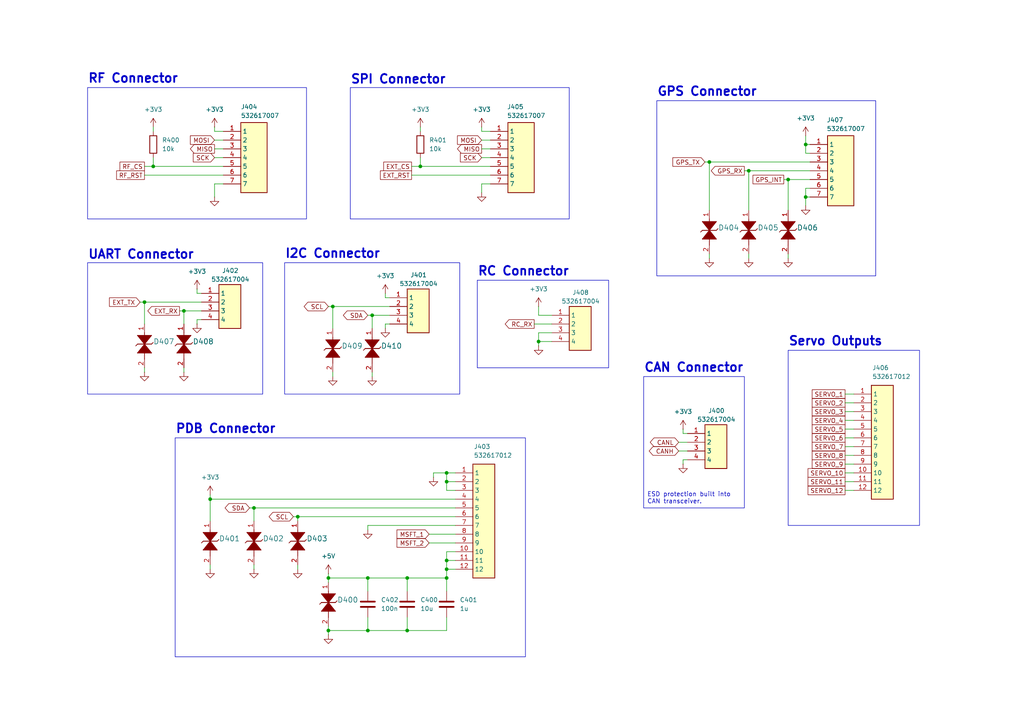
<source format=kicad_sch>
(kicad_sch (version 20250114) (generator "eeschema") (generator_version "9.0")
  (paper "A4")
  (title_block (title "Actuator Outputs") (date "08-05-2025") (rev "0.0.1"))
  (lib_symbols
    (symbol "532617004:532617004"
      (property "Reference" "J504" (at 8.382 6.604 0))
      (property "Value" "532617004" (at 8.382 4.064 0))
      (symbol "532617004_1_1"
        (rectangle (start 5.08 2.54) (end 11.43 -10.16) (stroke (width 0.254)) (fill (type background)))
        (pin passive line (at 0 0 0) (length 5.08) (name "1") (number "1"))
        (pin passive line (at 0 -2.54 0) (length 5.08) (name "2") (number "2"))
        (pin passive line (at 0 -5.08 0) (length 5.08) (name "3") (number "3"))
        (pin passive line (at 0 -7.62 0) (length 5.08) (name "4") (number "4"))
      )
    )
    (symbol "532617007:532617007"
      (property "Reference" "J" (at 3.556 7.62 0))
      (property "Value" "532617007" (at 3.556 5.08 0))
      (symbol "532617007_1_1"
        (rectangle (start 5.08 2.54) (end 12.7 -17.78) (stroke (width 0.254)) (fill (type background)))
        (pin passive line (at 0 0 0) (length 5.08) (name "1") (number "1"))
        (pin passive line (at 0 -2.54 0) (length 5.08) (name "2") (number "2"))
        (pin passive line (at 0 -5.08 0) (length 5.08) (name "3") (number "3"))
        (pin passive line (at 0 -7.62 0) (length 5.08) (name "4") (number "4"))
        (pin passive line (at 0 -10.16 0) (length 5.08) (name "5") (number "5"))
        (pin passive line (at 0 -12.7 0) (length 5.08) (name "6") (number "6"))
        (pin passive line (at 0 -15.24 0) (length 5.08) (name "7") (number "7"))
      )
    )
    (symbol "532617012:532617012"
      (property "Reference" "J" (at 3.81 7.62 0))
      (property "Value" "532617012" (at 3.81 5.08 0))
      (symbol "532617012_1_1"
        (rectangle (start 5.08 2.54) (end 11.43 -30.48) (stroke (width 0.254)) (fill (type background)))
        (pin passive line (at 0 0 0) (length 5.08) (name "1") (number "1"))
        (pin passive line (at 0 -2.54 0) (length 5.08) (name "2") (number "2"))
        (pin passive line (at 0 -5.08 0) (length 5.08) (name "3") (number "3"))
        (pin passive line (at 0 -7.62 0) (length 5.08) (name "4") (number "4"))
        (pin passive line (at 0 -10.16 0) (length 5.08) (name "5") (number "5"))
        (pin passive line (at 0 -12.7 0) (length 5.08) (name "6") (number "6"))
        (pin passive line (at 0 -15.24 0) (length 5.08) (name "7") (number "7"))
        (pin passive line (at 0 -17.78 0) (length 5.08) (name "8") (number "8"))
        (pin passive line (at 0 -20.32 0) (length 5.08) (name "9") (number "9"))
        (pin passive line (at 0 -22.86 0) (length 5.08) (name "10") (number "10"))
        (pin passive line (at 0 -25.4 0) (length 5.08) (name "11") (number "11"))
        (pin passive line (at 0 -27.94 0) (length 5.08) (name "12") (number "12"))
      )
    )
    (symbol "Device:C" (pin_numbers (hide yes)) (pin_names (offset 0.254))
      (property "Reference" "C" (at 0.635 2.54 0))
      (property "Value" "C" (at 0.635 -2.54 0))
      (symbol "C_0_1"
        (polyline (pts (xy -2.032 0.762) (xy 2.032 0.762)) (stroke (width 0.508)))
        (polyline (pts (xy -2.032 -0.762) (xy 2.032 -0.762)) (stroke (width 0.508)))
      )
      (symbol "C_1_1"
        (pin passive line (at 0 3.81 270) (length 2.794) (name "~") (number "1"))
        (pin passive line (at 0 -3.81 90) (length 2.794) (name "~") (number "2"))
      )
    )
    (symbol "Device:R" (pin_numbers (hide yes)) (pin_names (offset 0))
      (property "Reference" "R" (at 2.032 0 90))
      (property "Value" "R" (at 0 0 90))
      (symbol "R_0_1"
        (rectangle (start -1.016 -2.54) (end 1.016 2.54) (stroke (width 0.254)))
      )
      (symbol "R_1_1"
        (pin passive line (at 0 3.81 270) (length 1.27) (name "~") (number "1"))
        (pin passive line (at 0 -3.81 90) (length 1.27) (name "~") (number "2"))
      )
    )
    (symbol "ESDALC5_1BM2:ESDALC5-1BM2" (pin_names (offset 0.254))
      (property "Reference" "CR" (at 4.826 9.525 0))
      (property "Value" "ESDALC5-1BM2" (at 4.826 6.35 0))
      (symbol "ESDALC5-1BM2_1_1"
        (polyline (pts (xy -2.032 9.398) (xy 2.032 9.398)) (stroke (width 0.2032)))
        (polyline (pts (xy -2.032 9.398) (xy 0 6.858) (xy 2.032 9.398)) (fill (type outline)))
        (polyline (pts (xy -2.032 6.858) (xy -2.54 6.35)) (stroke (width 0.2032)))
        (polyline (pts (xy -2.032 4.318) (xy 2.032 4.318)) (stroke (width 0.2032)))
        (polyline (pts (xy -2.032 4.318) (xy 2.032 4.318) (xy 0 6.858)) (fill (type outline)))
        (polyline (pts (xy 0 10.16) (xy 0 9.398)) (stroke (width 0.2032)))
        (polyline (pts (xy 0 6.858) (xy -2.032 9.398)) (stroke (width 0.2032)))
        (polyline (pts (xy 0 6.858) (xy -2.032 4.318)) (stroke (width 0.2032)))
        (polyline (pts (xy 0 2.54) (xy 0 4.318)) (stroke (width 0.2032)))
        (polyline (pts (xy 2.032 9.398) (xy 0 6.858)) (stroke (width 0.2032)))
        (polyline (pts (xy 2.032 6.858) (xy -2.032 6.858)) (stroke (width 0.2032)))
        (polyline (pts (xy 2.032 6.858) (xy -2.032 6.858)) (stroke (width 0.2032)))
        (polyline (pts (xy 2.032 6.858) (xy 2.54 7.366)) (stroke (width 0.2032)))
        (polyline (pts (xy 2.032 4.318) (xy 0 6.858)) (stroke (width 0.2032)))
        (pin unspecified line (at 0 12.7 270) (length 2.54) (name "") (number "1"))
        (pin unspecified line (at 0 0 90) (length 2.54) (name "") (number "2"))
      )
      (symbol "ESDALC5-1BM2_1_2"
        (polyline (pts (xy -2.032 9.398) (xy 2.032 9.398)) (stroke (width 0.2032)))
        (polyline (pts (xy -2.032 9.398) (xy 0 6.858) (xy 2.032 9.398)) (fill (type outline)))
        (polyline (pts (xy -2.032 6.858) (xy -2.54 6.35)) (stroke (width 0.2032)))
        (polyline (pts (xy -2.032 4.318) (xy 2.032 4.318)) (stroke (width 0.2032)))
        (polyline (pts (xy -2.032 4.318) (xy 2.032 4.318) (xy 0 6.858)) (fill (type outline)))
        (polyline (pts (xy 0 10.16) (xy 0 9.398)) (stroke (width 0.2032)))
        (polyline (pts (xy 0 6.858) (xy -2.032 9.398)) (stroke (width 0.2032)))
        (polyline (pts (xy 0 6.858) (xy -2.032 4.318)) (stroke (width 0.2032)))
        (polyline (pts (xy 0 2.54) (xy 0 4.318)) (stroke (width 0.2032)))
        (polyline (pts (xy 2.032 9.398) (xy 0 6.858)) (stroke (width 0.2032)))
        (polyline (pts (xy 2.032 6.858) (xy -2.032 6.858)) (stroke (width 0.2032)))
        (polyline (pts (xy 2.032 6.858) (xy -2.032 6.858)) (stroke (width 0.2032)))
        (polyline (pts (xy 2.032 6.858) (xy 2.54 7.366)) (stroke (width 0.2032)))
        (polyline (pts (xy 2.032 4.318) (xy 0 6.858)) (stroke (width 0.2032)))
        (pin unspecified line (at 0 12.7 270) (length 2.54) (name "") (number "1"))
        (pin unspecified line (at 0 0 90) (length 2.54) (name "") (number "2"))
      )
    )
    (symbol "power:+3V3" (power) (pin_numbers (hide yes)) (pin_names (offset 0) (hide yes))
      (property "Value" "+3V3" (at 0 3.556 0))
      (symbol "+3V3_0_1"
        (polyline (pts (xy -0.762 1.27) (xy 0 2.54)))
        (polyline (pts (xy 0 2.54) (xy 0.762 1.27)))
        (polyline (pts (xy 0 0) (xy 0 2.54)))
      )
      (symbol "+3V3_1_1"
        (pin power_in line (at 0 0 90) (length 0) (name "~") (number "1"))
      )
    )
    (symbol "power:GND" (power) (pin_numbers (hide yes)) (pin_names (offset 0) (hide yes))
      (property "Value" "GND" (at 0 -3.81 0))
      (symbol "GND_0_1"
        (polyline (pts (xy 0 0) (xy 0 -1.27) (xy 1.27 -1.27) (xy 0 -2.54) (xy -1.27 -1.27) (xy 0 -1.27)))
      )
      (symbol "GND_1_1"
        (pin power_in line (at 0 0 270) (length 0) (name "~") (number "1"))
      )
    )
  )
  (rectangle (start 186.69 109.22) (end 215.9 147.32))
  (rectangle (start 50.8 127) (end 152.4 190.5))
  (rectangle (start 25.4 25.4) (end 88.9 63.5))
  (rectangle (start 101.6 25.4) (end 165.1 63.5))
  (rectangle (start 138.43 81.28) (end 176.53 106.68))
  (rectangle (start 228.6 101.6) (end 266.7 152.4))
  (rectangle (start 25.4 76.2) (end 76.2 114.3))
  (rectangle (start 82.55 76.2) (end 133.35 114.3))
  (rectangle (start 190.5 29.21) (end 254 80.01))
  (text "I2C Connector" (at 82.55 73.66 0) (effects (font (size 2.54 2.54) (thickness 0.508) (bold yes)) (justify left)))
  (text "GPS Connector" (at 190.5 26.67 0) (effects (font (size 2.54 2.54) (thickness 0.508) (bold yes)) (justify left)))
  (text "RC Connector" (at 138.43 80.264 0) (effects (font (size 2.54 2.54) (thickness 0.508) (bold yes)) (justify left bottom)))
  (text "SPI Connector" (at 101.6 23.114 0) (effects (font (size 2.54 2.54) (thickness 0.508) (bold yes)) (justify left)))
  (text "ESD protection built into\nCAN transceiver." (at 187.706 146.304 0) (effects (font (size 1.27 1.27)) (justify left bottom)))
  (text "RF Connector" (at 25.4 22.86 0) (effects (font (size 2.54 2.54) (thickness 0.508) (bold yes)) (justify left)))
  (text "Servo Outputs" (at 228.6 99.06 0) (effects (font (size 2.54 2.54) (thickness 0.508) (bold yes)) (justify left)))
  (text "PDB Connector" (at 50.8 124.46 0) (effects (font (size 2.54 2.54) (thickness 0.508) (bold yes)) (justify left)))
  (text "UART Connector" (at 25.4 73.914 0) (effects (font (size 2.54 2.54) (thickness 0.508) (bold yes)) (justify left)))
  (text "CAN Connector" (at 186.69 108.204 0) (effects (font (size 2.54 2.54) (thickness 0.508) (bold yes)) (justify left bottom)))
  (junction (at 96.52 88.9))
  (junction (at 106.68 167.64))
  (junction (at 41.91 87.63))
  (junction (at 228.6 52.07))
  (junction (at 129.54 162.56))
  (junction (at 121.92 48.26))
  (junction (at 205.74 46.99))
  (junction (at 217.17 49.53))
  (junction (at 73.66 147.32))
  (junction (at 44.45 48.26))
  (junction (at 129.54 165.1))
  (junction (at 233.68 57.15))
  (junction (at 107.95 91.44))
  (junction (at 129.54 167.64))
  (junction (at 95.25 182.88))
  (junction (at 106.68 182.88))
  (junction (at 95.25 167.64))
  (junction (at 60.96 144.78))
  (junction (at 129.54 139.7))
  (junction (at 53.34 90.17))
  (junction (at 86.36 149.86))
  (junction (at 233.68 41.91))
  (junction (at 118.11 182.88))
  (junction (at 129.54 137.16))
  (junction (at 156.21 99.06))
  (junction (at 118.11 167.64))
  (wire (pts (xy 245.11 127) (xy 247.65 127)))
  (wire (pts (xy 139.7 55.88) (xy 139.7 53.34)))
  (wire (pts (xy 129.54 165.1) (xy 132.08 165.1)))
  (wire (pts (xy 73.66 147.32) (xy 73.66 151.13)))
  (wire (pts (xy 233.68 41.91) (xy 233.68 44.45)))
  (wire (pts (xy 156.21 88.9) (xy 156.21 91.44)))
  (wire (pts (xy 95.25 167.64) (xy 106.68 167.64)))
  (wire (pts (xy 60.96 151.13) (xy 60.96 144.78)))
  (wire (pts (xy 156.21 100.33) (xy 156.21 99.06)))
  (wire (pts (xy 156.21 96.52) (xy 160.02 96.52)))
  (wire (pts (xy 121.92 48.26) (xy 142.24 48.26)))
  (wire (pts (xy 62.23 45.72) (xy 64.77 45.72)))
  (wire (pts (xy 196.85 130.81) (xy 199.39 130.81)))
  (wire (pts (xy 57.15 93.98) (xy 57.15 92.71)))
  (wire (pts (xy 227.33 52.07) (xy 228.6 52.07)))
  (wire (pts (xy 132.08 160.02) (xy 129.54 160.02)))
  (wire (pts (xy 62.23 43.18) (xy 64.77 43.18)))
  (wire (pts (xy 41.91 87.63) (xy 58.42 87.63)))
  (wire (pts (xy 124.46 157.48) (xy 132.08 157.48)))
  (wire (pts (xy 111.76 85.09) (xy 111.76 86.36)))
  (wire (pts (xy 217.17 49.53) (xy 217.17 60.96)))
  (wire (pts (xy 233.68 41.91) (xy 234.95 41.91)))
  (wire (pts (xy 106.68 152.4) (xy 132.08 152.4)))
  (wire (pts (xy 156.21 99.06) (xy 156.21 96.52)))
  (wire (pts (xy 198.12 133.35) (xy 199.39 133.35)))
  (wire (pts (xy 129.54 162.56) (xy 132.08 162.56)))
  (wire (pts (xy 106.68 182.88) (xy 118.11 182.88)))
  (wire (pts (xy 44.45 36.83) (xy 44.45 38.1)))
  (wire (pts (xy 205.74 46.99) (xy 234.95 46.99)))
  (wire (pts (xy 233.68 54.61) (xy 234.95 54.61)))
  (wire (pts (xy 53.34 106.68) (xy 53.34 107.95)))
  (wire (pts (xy 60.96 143.51) (xy 60.96 144.78)))
  (wire (pts (xy 245.11 132.08) (xy 247.65 132.08)))
  (wire (pts (xy 106.68 153.67) (xy 106.68 152.4)))
  (wire (pts (xy 86.36 149.86) (xy 132.08 149.86)))
  (wire (pts (xy 205.74 73.66) (xy 205.74 74.93)))
  (wire (pts (xy 198.12 134.62) (xy 198.12 133.35)))
  (wire (pts (xy 118.11 179.07) (xy 118.11 182.88)))
  (wire (pts (xy 245.11 139.7) (xy 247.65 139.7)))
  (wire (pts (xy 72.39 147.32) (xy 73.66 147.32)))
  (wire (pts (xy 129.54 137.16) (xy 132.08 137.16)))
  (wire (pts (xy 233.68 57.15) (xy 233.68 54.61)))
  (wire (pts (xy 111.76 86.36) (xy 113.03 86.36)))
  (wire (pts (xy 95.25 168.91) (xy 95.25 167.64)))
  (wire (pts (xy 198.12 124.46) (xy 198.12 125.73)))
  (wire (pts (xy 118.11 167.64) (xy 129.54 167.64)))
  (wire (pts (xy 245.11 124.46) (xy 247.65 124.46)))
  (wire (pts (xy 96.52 88.9) (xy 113.03 88.9)))
  (wire (pts (xy 121.92 36.83) (xy 121.92 38.1)))
  (wire (pts (xy 111.76 95.25) (xy 111.76 93.98)))
  (wire (pts (xy 96.52 88.9) (xy 96.52 95.25)))
  (wire (pts (xy 139.7 38.1) (xy 142.24 38.1)))
  (wire (pts (xy 139.7 40.64) (xy 142.24 40.64)))
  (wire (pts (xy 41.91 87.63) (xy 41.91 93.98)))
  (wire (pts (xy 125.73 137.16) (xy 125.73 138.43)))
  (wire (pts (xy 129.54 160.02) (xy 129.54 162.56)))
  (wire (pts (xy 40.64 87.63) (xy 41.91 87.63)))
  (wire (pts (xy 233.68 57.15) (xy 234.95 57.15)))
  (wire (pts (xy 129.54 179.07) (xy 129.54 182.88)))
  (wire (pts (xy 228.6 52.07) (xy 234.95 52.07)))
  (wire (pts (xy 139.7 53.34) (xy 142.24 53.34)))
  (wire (pts (xy 245.11 137.16) (xy 247.65 137.16)))
  (wire (pts (xy 129.54 165.1) (xy 129.54 167.64)))
  (wire (pts (xy 95.25 88.9) (xy 96.52 88.9)))
  (wire (pts (xy 57.15 92.71) (xy 58.42 92.71)))
  (wire (pts (xy 139.7 43.18) (xy 142.24 43.18)))
  (wire (pts (xy 73.66 147.32) (xy 132.08 147.32)))
  (wire (pts (xy 107.95 91.44) (xy 107.95 95.25)))
  (wire (pts (xy 73.66 163.83) (xy 73.66 165.1)))
  (wire (pts (xy 95.25 181.61) (xy 95.25 182.88)))
  (wire (pts (xy 245.11 134.62) (xy 247.65 134.62)))
  (wire (pts (xy 204.47 46.99) (xy 205.74 46.99)))
  (wire (pts (xy 228.6 73.66) (xy 228.6 74.93)))
  (wire (pts (xy 41.91 50.8) (xy 64.77 50.8)))
  (wire (pts (xy 198.12 125.73) (xy 199.39 125.73)))
  (wire (pts (xy 245.11 114.3) (xy 247.65 114.3)))
  (wire (pts (xy 129.54 137.16) (xy 129.54 139.7)))
  (wire (pts (xy 245.11 129.54) (xy 247.65 129.54)))
  (wire (pts (xy 228.6 52.07) (xy 228.6 60.96)))
  (wire (pts (xy 95.25 166.37) (xy 95.25 167.64)))
  (wire (pts (xy 107.95 91.44) (xy 113.03 91.44)))
  (wire (pts (xy 106.68 179.07) (xy 106.68 182.88)))
  (wire (pts (xy 217.17 49.53) (xy 234.95 49.53)))
  (wire (pts (xy 41.91 48.26) (xy 44.45 48.26)))
  (wire (pts (xy 124.46 154.94) (xy 132.08 154.94)))
  (wire (pts (xy 60.96 144.78) (xy 132.08 144.78)))
  (wire (pts (xy 52.07 90.17) (xy 53.34 90.17)))
  (wire (pts (xy 156.21 99.06) (xy 160.02 99.06)))
  (wire (pts (xy 86.36 163.83) (xy 86.36 165.1)))
  (wire (pts (xy 57.15 83.82) (xy 57.15 85.09)))
  (wire (pts (xy 95.25 182.88) (xy 106.68 182.88)))
  (wire (pts (xy 96.52 107.95) (xy 96.52 109.22)))
  (wire (pts (xy 132.08 142.24) (xy 129.54 142.24)))
  (wire (pts (xy 129.54 142.24) (xy 129.54 139.7)))
  (wire (pts (xy 62.23 53.34) (xy 62.23 57.15)))
  (wire (pts (xy 245.11 119.38) (xy 247.65 119.38)))
  (wire (pts (xy 156.21 91.44) (xy 160.02 91.44)))
  (wire (pts (xy 233.68 44.45) (xy 234.95 44.45)))
  (wire (pts (xy 41.91 106.68) (xy 41.91 107.95)))
  (wire (pts (xy 60.96 163.83) (xy 60.96 165.1)))
  (wire (pts (xy 196.85 128.27) (xy 199.39 128.27)))
  (wire (pts (xy 106.68 167.64) (xy 118.11 167.64)))
  (wire (pts (xy 139.7 36.83) (xy 139.7 38.1)))
  (wire (pts (xy 245.11 121.92) (xy 247.65 121.92)))
  (wire (pts (xy 129.54 167.64) (xy 129.54 171.45)))
  (wire (pts (xy 111.76 93.98) (xy 113.03 93.98)))
  (wire (pts (xy 119.38 50.8) (xy 142.24 50.8)))
  (wire (pts (xy 86.36 149.86) (xy 86.36 151.13)))
  (wire (pts (xy 139.7 45.72) (xy 142.24 45.72)))
  (wire (pts (xy 62.23 36.83) (xy 62.23 38.1)))
  (wire (pts (xy 44.45 48.26) (xy 64.77 48.26)))
  (wire (pts (xy 125.73 137.16) (xy 129.54 137.16)))
  (wire (pts (xy 107.95 107.95) (xy 107.95 109.22)))
  (wire (pts (xy 62.23 40.64) (xy 64.77 40.64)))
  (wire (pts (xy 57.15 85.09) (xy 58.42 85.09)))
  (wire (pts (xy 129.54 139.7) (xy 132.08 139.7)))
  (wire (pts (xy 85.09 149.86) (xy 86.36 149.86)))
  (wire (pts (xy 106.68 91.44) (xy 107.95 91.44)))
  (wire (pts (xy 245.11 142.24) (xy 247.65 142.24)))
  (wire (pts (xy 217.17 73.66) (xy 217.17 74.93)))
  (wire (pts (xy 215.9 49.53) (xy 217.17 49.53)))
  (wire (pts (xy 118.11 182.88) (xy 129.54 182.88)))
  (wire (pts (xy 44.45 45.72) (xy 44.45 48.26)))
  (wire (pts (xy 53.34 90.17) (xy 58.42 90.17)))
  (wire (pts (xy 119.38 48.26) (xy 121.92 48.26)))
  (wire (pts (xy 129.54 162.56) (xy 129.54 165.1)))
  (wire (pts (xy 62.23 53.34) (xy 64.77 53.34)))
  (wire (pts (xy 95.25 184.15) (xy 95.25 182.88)))
  (wire (pts (xy 106.68 167.64) (xy 106.68 171.45)))
  (wire (pts (xy 121.92 45.72) (xy 121.92 48.26)))
  (wire (pts (xy 154.94 93.98) (xy 160.02 93.98)))
  (wire (pts (xy 62.23 38.1) (xy 64.77 38.1)))
  (wire (pts (xy 118.11 167.64) (xy 118.11 171.45)))
  (wire (pts (xy 53.34 90.17) (xy 53.34 93.98)))
  (wire (pts (xy 245.11 116.84) (xy 247.65 116.84)))
  (wire (pts (xy 205.74 46.99) (xy 205.74 60.96)))
  (wire (pts (xy 233.68 59.69) (xy 233.68 57.15)))
  (wire (pts (xy 233.68 39.37) (xy 233.68 41.91)))
  (global_label "EXT_RST" (shape passive) (at 119.38 50.8 180) (property "Intersheetrefs" "${INTERSHEET_REFS}" (effects (hide yes))))
  (global_label "SERVO_5" (shape passive) (at 245.11 124.46 180) (property "Intersheetrefs" "${INTERSHEET_REFS}" (effects (hide yes))))
  (global_label "SERVO_8" (shape passive) (at 245.11 132.08 180) (property "Intersheetrefs" "${INTERSHEET_REFS}" (effects (hide yes))))
  (global_label "CANL" (shape bidirectional) (at 196.85 128.27 180) (property "Intersheetrefs" "${INTERSHEET_REFS}" (effects (hide yes))))
  (global_label "SCK" (shape input) (at 139.7 45.72 180) (property "Intersheetrefs" "${INTERSHEET_REFS}" (effects (hide yes))))
  (global_label "MOSI" (shape input) (at 62.23 40.64 180) (property "Intersheetrefs" "${INTERSHEET_REFS}" (effects (hide yes))))
  (global_label "SERVO_11" (shape passive) (at 245.11 139.7 180) (property "Intersheetrefs" "${INTERSHEET_REFS}" (effects (hide yes))))
  (global_label "SERVO_9" (shape passive) (at 245.11 134.62 180) (property "Intersheetrefs" "${INTERSHEET_REFS}" (effects (hide yes))))
  (global_label "SCL" (shape bidirectional) (at 85.09 149.86 180) (property "Intersheetrefs" "${INTERSHEET_REFS}" (effects (hide yes))))
  (global_label "SERVO_7" (shape passive) (at 245.11 129.54 180) (property "Intersheetrefs" "${INTERSHEET_REFS}" (effects (hide yes))))
  (global_label "SCK" (shape input) (at 62.23 45.72 180) (property "Intersheetrefs" "${INTERSHEET_REFS}" (effects (hide yes))))
  (global_label "SERVO_1" (shape passive) (at 245.11 114.3 180) (property "Intersheetrefs" "${INTERSHEET_REFS}" (effects (hide yes))))
  (global_label "SERVO_6" (shape passive) (at 245.11 127 180) (property "Intersheetrefs" "${INTERSHEET_REFS}" (effects (hide yes))))
  (global_label "SERVO_4" (shape passive) (at 245.11 121.92 180) (property "Intersheetrefs" "${INTERSHEET_REFS}" (effects (hide yes))))
  (global_label "EXT_TX" (shape input) (at 40.64 87.63 180) (property "Intersheetrefs" "${INTERSHEET_REFS}" (effects (hide yes))))
  (global_label "CANH" (shape bidirectional) (at 196.85 130.81 180) (property "Intersheetrefs" "${INTERSHEET_REFS}" (effects (hide yes))))
  (global_label "RF_CS" (shape passive) (at 41.91 48.26 180) (property "Intersheetrefs" "${INTERSHEET_REFS}" (effects (hide yes))))
  (global_label "SCL" (shape bidirectional) (at 95.25 88.9 180) (property "Intersheetrefs" "${INTERSHEET_REFS}" (effects (hide yes))))
  (global_label "RC_RX" (shape output) (at 154.94 93.98 180) (property "Intersheetrefs" "${INTERSHEET_REFS}" (effects (hide yes))))
  (global_label "GPS_TX" (shape input) (at 204.47 46.99 180) (property "Intersheetrefs" "${INTERSHEET_REFS}" (effects (hide yes))))
  (global_label "SERVO_3" (shape passive) (at 245.11 119.38 180) (property "Intersheetrefs" "${INTERSHEET_REFS}" (effects (hide yes))))
  (global_label "MOSI" (shape input) (at 139.7 40.64 180) (property "Intersheetrefs" "${INTERSHEET_REFS}" (effects (hide yes))))
  (global_label "GPS_RX" (shape output) (at 215.9 49.53 180) (property "Intersheetrefs" "${INTERSHEET_REFS}" (effects (hide yes))))
  (global_label "SDA" (shape bidirectional) (at 72.39 147.32 180) (property "Intersheetrefs" "${INTERSHEET_REFS}" (effects (hide yes))))
  (global_label "SDA" (shape bidirectional) (at 106.68 91.44 180) (property "Intersheetrefs" "${INTERSHEET_REFS}" (effects (hide yes))))
  (global_label "EXT_RX" (shape output) (at 52.07 90.17 180) (property "Intersheetrefs" "${INTERSHEET_REFS}" (effects (hide yes))))
  (global_label "MSFT_2" (shape input) (at 124.46 157.48 180) (property "Intersheetrefs" "${INTERSHEET_REFS}" (effects (hide yes))))
  (global_label "EXT_CS" (shape passive) (at 119.38 48.26 180) (property "Intersheetrefs" "${INTERSHEET_REFS}" (effects (hide yes))))
  (global_label "SERVO_2" (shape passive) (at 245.11 116.84 180) (property "Intersheetrefs" "${INTERSHEET_REFS}" (effects (hide yes))))
  (global_label "GPS_INT" (shape passive) (at 227.33 52.07 180) (property "Intersheetrefs" "${INTERSHEET_REFS}" (effects (hide yes))))
  (global_label "MISO" (shape output) (at 139.7 43.18 180) (property "Intersheetrefs" "${INTERSHEET_REFS}" (effects (hide yes))))
  (global_label "SERVO_10" (shape passive) (at 245.11 137.16 180) (property "Intersheetrefs" "${INTERSHEET_REFS}" (effects (hide yes))))
  (global_label "MSFT_1" (shape input) (at 124.46 154.94 180) (property "Intersheetrefs" "${INTERSHEET_REFS}" (effects (hide yes))))
  (global_label "RF_RST" (shape passive) (at 41.91 50.8 180) (property "Intersheetrefs" "${INTERSHEET_REFS}" (effects (hide yes))))
  (global_label "SERVO_12" (shape passive) (at 245.11 142.24 180) (property "Intersheetrefs" "${INTERSHEET_REFS}" (effects (hide yes))))
  (global_label "MISO" (shape output) (at 62.23 43.18 180) (property "Intersheetrefs" "${INTERSHEET_REFS}" (effects (hide yes))))
  (symbol (lib_id "power:+3V3") (at 139.7 36.83 0) (unit 1)
    (property "Reference" "#PWR014" (effects (hide yes)))
    (property "Value" "+3V3" (at 139.7 31.75 0))
    (property "Description" "Power symbol creates a global label with name \"+3V3\"" (effects (hide yes)))
  )
  (symbol (lib_id "ESDALC5_1BM2:ESDALC5-1BM2") (at 73.66 163.83 0) (unit 1)
    (property "Reference" "D402" (at 76.2 156.21 0) (effects (font (size 1.524 1.524)) (justify left)))
    (property "Value" "TPD1E05U06DPYR" (effects (hide yes)))
    (property "Footprint" "TPD1E05U06DPYR:DIO_TPD1E05U06DPYR" (effects (hide yes)))
    (property "Datasheet" "https://www.ti.com/general/docs/suppproductinfo.tsp?distId=10&gotoUrl=https%3A%2F%2Fwww.ti.com%2Flit%2Fgpn%2Ftpd1e05u06" (effects (hide yes)))
  )
  (symbol (lib_id "ESDALC5_1BM2:ESDALC5-1BM2") (at 96.52 107.95 0) (unit 1)
    (property "Reference" "D409" (at 99.06 100.33 0) (effects (font (size 1.524 1.524)) (justify left)))
    (property "Value" "TPD1E05U06DPYR" (effects (hide yes)))
    (property "Footprint" "TPD1E05U06DPYR:DIO_TPD1E05U06DPYR" (effects (hide yes)))
    (property "Datasheet" "https://www.ti.com/general/docs/suppproductinfo.tsp?distId=10&gotoUrl=https%3A%2F%2Fwww.ti.com%2Flit%2Fgpn%2Ftpd1e05u06" (effects (hide yes)))
  )
  (symbol (lib_id "power:+3V3") (at 62.23 36.83 0) (unit 1)
    (property "Reference" "#PWR011" (effects (hide yes)))
    (property "Value" "+3V3" (at 62.23 31.75 0))
    (property "Description" "Power symbol creates a global label with name \"+3V3\"" (effects (hide yes)))
  )
  (symbol (lib_id "532617004:532617004") (at 160.02 91.44 0) (unit 1)
    (property "Reference" "J408" (at 168.402 84.836 0))
    (property "Value" "532617004" (at 168.402 87.376 0))
    (property "Footprint" "532610471:53261-0471" (effects (hide yes)))
    (property "Datasheet" "https://www.molex.com/pdm_docs/sd/532617002_sd.pdf" (effects (hide yes)))
    (property "Description" "1.25mm Pitch, PicoBlade PCB Header, Single Row, Right-Angle, Surface Mount, Gold (Au) Plating, Friction Lock, 4 Circuits, Tape and Reel" (effects (hide yes)))
    (property "Height" "3.4" (effects (hide yes)))
    (property "Manufacturer_Name" "Molex" (effects (hide yes)))
    (property "Manufacturer_Part_Number" "532617004" (effects (hide yes)))
  )
  (symbol (lib_id "ESDALC5_1BM2:ESDALC5-1BM2") (at 53.34 106.68 0) (unit 1)
    (property "Reference" "D408" (at 55.88 99.06 0) (effects (font (size 1.524 1.524)) (justify left)))
    (property "Value" "TPD1E05U06DPYR" (effects (hide yes)))
    (property "Footprint" "TPD1E05U06DPYR:DIO_TPD1E05U06DPYR" (effects (hide yes)))
    (property "Datasheet" "https://www.ti.com/general/docs/suppproductinfo.tsp?distId=10&gotoUrl=https%3A%2F%2Fwww.ti.com%2Flit%2Fgpn%2Ftpd1e05u06" (effects (hide yes)))
  )
  (symbol (lib_id "power:GND") (at 228.6 74.93 0) (unit 1)
    (property "Reference" "#PWR037" (effects (hide yes)))
    (property "Value" "GND" (effects (hide yes)))
    (property "Description" "Power symbol creates a global label with name \"GND\" , ground" (effects (hide yes)))
  )
  (symbol (lib_id "power:GND") (at 205.74 74.93 0) (unit 1)
    (property "Reference" "#PWR039" (effects (hide yes)))
    (property "Value" "GND" (effects (hide yes)))
    (property "Description" "Power symbol creates a global label with name \"GND\" , ground" (effects (hide yes)))
  )
  (symbol (lib_id "532617012:532617012") (at 247.65 114.3 0) (unit 1)
    (property "Reference" "J406" (at 252.984 106.68 0) (effects (justify left)))
    (property "Value" "532617012" (at 252.984 109.22 0) (effects (justify left)))
    (property "Footprint" "532611271:53261-1271" (effects (hide yes)))
    (property "Datasheet" "https://www.molex.com/pdm_docs/sd/532617002_sd.pdf" (effects (hide yes)))
    (property "Description" "1.25mm Pitch, PicoBlade PCB Header, Single Row, Right-Angle, Surface Mount, Gold (Au) Plating, Friction Lock, 12 Circuits, Tape and Reel" (effects (hide yes)))
    (property "Height" "3.4" (effects (hide yes)))
    (property "Manufacturer_Name" "Molex" (effects (hide yes)))
    (property "Manufacturer_Part_Number" "532617012" (effects (hide yes)))
  )
  (symbol (lib_id "power:+3V3") (at 111.76 85.09 0) (unit 1)
    (property "Reference" "#PWR013" (effects (hide yes)))
    (property "Value" "+3V3" (at 111.76 80.01 0))
    (property "Description" "Power symbol creates a global label with name \"+3V3\"" (effects (hide yes)))
  )
  (symbol (lib_id "Device:R") (at 121.92 41.91 180) (unit 1)
    (property "Reference" "R401" (at 124.46 40.6399 0) (effects (justify right)))
    (property "Value" "10k" (at 124.46 43.1799 0) (effects (justify right)))
    (property "Footprint" "Resistor_SMD:R_0402_1005Metric" (effects (hide yes)))
    (property "Description" "Resistor" (effects (hide yes)))
  )
  (symbol (lib_id "power:+3V3") (at 57.15 83.82 0) (unit 1)
    (property "Reference" "#PWR020" (effects (hide yes)))
    (property "Value" "+3V3" (at 57.15 78.74 0))
    (property "Description" "Power symbol creates a global label with name \"+3V3\"" (effects (hide yes)))
  )
  (symbol (lib_id "ESDALC5_1BM2:ESDALC5-1BM2") (at 228.6 73.66 0) (unit 1)
    (property "Reference" "D406" (at 231.14 66.04 0) (effects (font (size 1.524 1.524)) (justify left)))
    (property "Value" "TPD1E05U06DPYR" (effects (hide yes)))
    (property "Footprint" "TPD1E05U06DPYR:DIO_TPD1E05U06DPYR" (effects (hide yes)))
    (property "Datasheet" "https://www.ti.com/general/docs/suppproductinfo.tsp?distId=10&gotoUrl=https%3A%2F%2Fwww.ti.com%2Flit%2Fgpn%2Ftpd1e05u06" (effects (hide yes)))
  )
  (symbol (lib_id "ESDALC5_1BM2:ESDALC5-1BM2") (at 205.74 73.66 0) (unit 1)
    (property "Reference" "D404" (at 208.28 66.04 0) (effects (font (size 1.524 1.524)) (justify left)))
    (property "Value" "TPD1E05U06DPYR" (effects (hide yes)))
    (property "Footprint" "TPD1E05U06DPYR:DIO_TPD1E05U06DPYR" (effects (hide yes)))
    (property "Datasheet" "https://www.ti.com/general/docs/suppproductinfo.tsp?distId=10&gotoUrl=https%3A%2F%2Fwww.ti.com%2Flit%2Fgpn%2Ftpd1e05u06" (effects (hide yes)))
  )
  (symbol (lib_id "power:GND") (at 86.36 165.1 0) (unit 1)
    (property "Reference" "#PWR036" (effects (hide yes)))
    (property "Value" "GND" (effects (hide yes)))
    (property "Description" "Power symbol creates a global label with name \"GND\" , ground" (effects (hide yes)))
  )
  (symbol (lib_id "ESDALC5_1BM2:ESDALC5-1BM2") (at 217.17 73.66 0) (unit 1)
    (property "Reference" "D405" (at 219.71 66.04 0) (effects (font (size 1.524 1.524)) (justify left)))
    (property "Value" "TPD1E05U06DPYR" (effects (hide yes)))
    (property "Footprint" "TPD1E05U06DPYR:DIO_TPD1E05U06DPYR" (effects (hide yes)))
    (property "Datasheet" "https://www.ti.com/general/docs/suppproductinfo.tsp?distId=10&gotoUrl=https%3A%2F%2Fwww.ti.com%2Flit%2Fgpn%2Ftpd1e05u06" (effects (hide yes)))
  )
  (symbol (lib_id "power:GND") (at 198.12 134.62 0) (unit 1)
    (property "Reference" "#PWR026" (effects (hide yes)))
    (property "Value" "GND" (effects (hide yes)))
    (property "Description" "Power symbol creates a global label with name \"GND\" , ground" (effects (hide yes)))
  )
  (symbol (lib_id "power:GND") (at 233.68 59.69 0) (unit 1)
    (property "Reference" "#PWR04" (effects (hide yes)))
    (property "Value" "GND" (effects (hide yes)))
    (property "Description" "Power symbol creates a global label with name \"GND\" , ground" (effects (hide yes)))
  )
  (symbol (lib_id "power:GND") (at 95.25 184.15 0) (unit 1)
    (property "Reference" "#PWR033" (effects (hide yes)))
    (property "Value" "GND" (effects (hide yes)))
    (property "Description" "Power symbol creates a global label with name \"GND\" , ground" (effects (hide yes)))
  )
  (symbol (lib_id "532617004:532617004") (at 199.39 125.73 0) (unit 1)
    (property "Reference" "J400" (at 207.772 119.126 0))
    (property "Value" "532617004" (at 207.772 121.666 0))
    (property "Footprint" "532610471:53261-0471" (effects (hide yes)))
    (property "Datasheet" "https://www.molex.com/pdm_docs/sd/532617002_sd.pdf" (effects (hide yes)))
    (property "Description" "1.25mm Pitch, PicoBlade PCB Header, Single Row, Right-Angle, Surface Mount, Gold (Au) Plating, Friction Lock, 4 Circuits, Tape and Reel" (effects (hide yes)))
    (property "Height" "3.4" (effects (hide yes)))
    (property "Manufacturer_Name" "Molex" (effects (hide yes)))
    (property "Manufacturer_Part_Number" "532617004" (effects (hide yes)))
  )
  (symbol (lib_id "ESDALC5_1BM2:ESDALC5-1BM2") (at 107.95 107.95 0) (unit 1)
    (property "Reference" "D410" (at 110.49 100.33 0) (effects (font (size 1.524 1.524)) (justify left)))
    (property "Value" "TPD1E05U06DPYR" (effects (hide yes)))
    (property "Footprint" "TPD1E05U06DPYR:DIO_TPD1E05U06DPYR" (effects (hide yes)))
    (property "Datasheet" "https://www.ti.com/general/docs/suppproductinfo.tsp?distId=10&gotoUrl=https%3A%2F%2Fwww.ti.com%2Flit%2Fgpn%2Ftpd1e05u06" (effects (hide yes)))
  )
  (symbol (lib_id "power:GND") (at 41.91 107.95 0) (unit 1)
    (property "Reference" "#PWR040" (effects (hide yes)))
    (property "Value" "GND" (effects (hide yes)))
    (property "Description" "Power symbol creates a global label with name \"GND\" , ground" (effects (hide yes)))
  )
  (symbol (lib_id "power:GND") (at 106.68 153.67 0) (unit 1)
    (property "Reference" "#PWR031" (effects (hide yes)))
    (property "Value" "GND" (effects (hide yes)))
    (property "Description" "Power symbol creates a global label with name \"GND\" , ground" (effects (hide yes)))
  )
  (symbol (lib_id "532617007:532617007") (at 234.95 41.91 0) (unit 1)
    (property "Reference" "J407" (at 239.776 34.798 0) (effects (justify left)))
    (property "Value" "532617007" (at 239.776 37.338 0) (effects (justify left)))
    (property "Footprint" "532610771:532610771" (effects (hide yes)))
    (property "Datasheet" "https://www.molex.com/pdm_docs/sd/532617002_sd.pdf" (effects (hide yes)))
    (property "Description" "1.25mm Pitch, PicoBlade PCB Header, Single Row, Right-Angle, Surface Mount, Gold (Au) Plating, Friction Lock, 7 Circuits, Tape and Reel" (effects (hide yes)))
    (property "Height" "3.4" (effects (hide yes)))
    (property "Manufacturer_Name" "Molex" (effects (hide yes)))
    (property "Manufacturer_Part_Number" "532617007" (effects (hide yes)))
  )
  (symbol (lib_id "532617007:532617007") (at 64.77 38.1 0) (unit 1)
    (property "Reference" "J404" (at 69.85 30.988 0) (effects (justify left)))
    (property "Value" "532617007" (at 69.85 33.528 0) (effects (justify left)))
    (property "Footprint" "532610771:532610771" (effects (hide yes)))
    (property "Datasheet" "https://www.molex.com/pdm_docs/sd/532617002_sd.pdf" (effects (hide yes)))
    (property "Description" "1.25mm Pitch, PicoBlade PCB Header, Single Row, Right-Angle, Surface Mount, Gold (Au) Plating, Friction Lock, 7 Circuits, Tape and Reel" (effects (hide yes)))
    (property "Height" "3.4" (effects (hide yes)))
    (property "Manufacturer_Name" "Molex" (effects (hide yes)))
    (property "Manufacturer_Part_Number" "532617007" (effects (hide yes)))
  )
  (symbol (lib_id "Device:R") (at 44.45 41.91 180) (unit 1)
    (property "Reference" "R400" (at 46.99 40.6399 0) (effects (justify right)))
    (property "Value" "10k" (at 46.99 43.1799 0) (effects (justify right)))
    (property "Footprint" "Resistor_SMD:R_0402_1005Metric" (effects (hide yes)))
    (property "Description" "Resistor" (effects (hide yes)))
  )
  (symbol (lib_id "power:+3V3") (at 60.96 143.51 0) (unit 1)
    (property "Reference" "#PWR03" (effects (hide yes)))
    (property "Value" "+3V3" (at 60.96 138.43 0))
    (property "Description" "Power symbol creates a global label with name \"+3V3\"" (effects (hide yes)))
  )
  (symbol (lib_id "532617004:532617004") (at 58.42 85.09 0) (unit 1)
    (property "Reference" "J402" (at 66.802 78.486 0))
    (property "Value" "532617004" (at 66.802 81.026 0))
    (property "Footprint" "532610471:53261-0471" (effects (hide yes)))
    (property "Datasheet" "https://www.molex.com/pdm_docs/sd/532617002_sd.pdf" (effects (hide yes)))
    (property "Description" "1.25mm Pitch, PicoBlade PCB Header, Single Row, Right-Angle, Surface Mount, Gold (Au) Plating, Friction Lock, 4 Circuits, Tape and Reel" (effects (hide yes)))
    (property "Height" "3.4" (effects (hide yes)))
    (property "Manufacturer_Name" "Molex" (effects (hide yes)))
    (property "Manufacturer_Part_Number" "532617004" (effects (hide yes)))
  )
  (symbol (lib_id "ESDALC5_1BM2:ESDALC5-1BM2") (at 86.36 163.83 0) (unit 1)
    (property "Reference" "D403" (at 88.9 156.21 0) (effects (font (size 1.524 1.524)) (justify left)))
    (property "Value" "TPD1E05U06DPYR" (effects (hide yes)))
    (property "Footprint" "TPD1E05U06DPYR:DIO_TPD1E05U06DPYR" (effects (hide yes)))
    (property "Datasheet" "https://www.ti.com/general/docs/suppproductinfo.tsp?distId=10&gotoUrl=https%3A%2F%2Fwww.ti.com%2Flit%2Fgpn%2Ftpd1e05u06" (effects (hide yes)))
  )
  (symbol (lib_id "power:GND") (at 125.73 138.43 0) (unit 1)
    (property "Reference" "#PWR05" (effects (hide yes)))
    (property "Value" "GND" (effects (hide yes)))
    (property "Description" "Power symbol creates a global label with name \"GND\" , ground" (effects (hide yes)))
  )
  (symbol (lib_id "Device:C") (at 106.68 175.26 0) (unit 1)
    (property "Reference" "C402" (at 110.49 173.9899 0) (effects (justify left)))
    (property "Value" "100n" (at 110.49 176.5299 0) (effects (justify left)))
    (property "Footprint" "Capacitor_SMD:C_0402_1005Metric" (effects (hide yes)))
    (property "Description" "Unpolarized capacitor" (effects (hide yes)))
  )
  (symbol (lib_id "Device:C") (at 129.54 175.26 0) (unit 1)
    (property "Reference" "C401" (at 133.35 173.9899 0) (effects (justify left)))
    (property "Value" "1u" (at 133.35 176.5299 0) (effects (justify left)))
    (property "Footprint" "Capacitor_SMD:C_0402_1005Metric" (effects (hide yes)))
    (property "Description" "Unpolarized capacitor" (effects (hide yes)))
  )
  (symbol (lib_id "power:GND") (at 73.66 165.1 0) (unit 1)
    (property "Reference" "#PWR035" (effects (hide yes)))
    (property "Value" "GND" (effects (hide yes)))
    (property "Description" "Power symbol creates a global label with name \"GND\" , ground" (effects (hide yes)))
  )
  (symbol (lib_id "power:+3V3") (at 198.12 124.46 0) (unit 1)
    (property "Reference" "#PWR023" (effects (hide yes)))
    (property "Value" "+3V3" (at 198.12 119.38 0))
    (property "Description" "Power symbol creates a global label with name \"+3V3\"" (effects (hide yes)))
  )
  (symbol (lib_id "power:GND") (at 139.7 55.88 0) (unit 1)
    (property "Reference" "#PWR015" (effects (hide yes)))
    (property "Value" "GND" (effects (hide yes)))
    (property "Description" "Power symbol creates a global label with name \"GND\" , ground" (effects (hide yes)))
  )
  (symbol (lib_id "ESDALC5_1BM2:ESDALC5-1BM2") (at 60.96 163.83 0) (unit 1)
    (property "Reference" "D401" (at 63.5 156.21 0) (effects (font (size 1.524 1.524)) (justify left)))
    (property "Value" "TPD1E05U06DPYR" (effects (hide yes)))
    (property "Footprint" "TPD1E05U06DPYR:DIO_TPD1E05U06DPYR" (effects (hide yes)))
    (property "Datasheet" "https://www.ti.com/general/docs/suppproductinfo.tsp?distId=10&gotoUrl=https%3A%2F%2Fwww.ti.com%2Flit%2Fgpn%2Ftpd1e05u06" (effects (hide yes)))
  )
  (symbol (lib_id "power:GND") (at 62.23 57.15 0) (unit 1)
    (property "Reference" "#PWR019" (effects (hide yes)))
    (property "Value" "GND" (effects (hide yes)))
    (property "Description" "Power symbol creates a global label with name \"GND\" , ground" (effects (hide yes)))
  )
  (symbol (lib_id "power:+3V3") (at 156.21 88.9 0) (unit 1)
    (property "Reference" "#PWR043" (effects (hide yes)))
    (property "Value" "+3V3" (at 156.21 83.82 0))
    (property "Description" "Power symbol creates a global label with name \"+3V3\"" (effects (hide yes)))
  )
  (symbol (lib_id "power:+3V3") (at 121.92 36.83 0) (unit 1)
    (property "Reference" "#PWR0147" (effects (hide yes)))
    (property "Value" "+3V3" (at 121.92 31.75 0))
    (property "Description" "Power symbol creates a global label with name \"+3V3\"" (effects (hide yes)))
  )
  (symbol (lib_id "532617004:532617004") (at 113.03 86.36 0) (unit 1)
    (property "Reference" "J401" (at 121.412 79.756 0))
    (property "Value" "532617004" (at 121.412 82.296 0))
    (property "Footprint" "532610471:53261-0471" (effects (hide yes)))
    (property "Datasheet" "https://www.molex.com/pdm_docs/sd/532617002_sd.pdf" (effects (hide yes)))
    (property "Description" "1.25mm Pitch, PicoBlade PCB Header, Single Row, Right-Angle, Surface Mount, Gold (Au) Plating, Friction Lock, 4 Circuits, Tape and Reel" (effects (hide yes)))
    (property "Height" "3.4" (effects (hide yes)))
    (property "Manufacturer_Name" "Molex" (effects (hide yes)))
    (property "Manufacturer_Part_Number" "532617004" (effects (hide yes)))
  )
  (symbol (lib_id "532617012:532617012") (at 132.08 137.16 0) (unit 1)
    (property "Reference" "J403" (at 137.414 129.54 0) (effects (justify left)))
    (property "Value" "532617012" (at 137.414 132.08 0) (effects (justify left)))
    (property "Footprint" "532611271:53261-1271" (effects (hide yes)))
    (property "Datasheet" "https://www.molex.com/pdm_docs/sd/532617002_sd.pdf" (effects (hide yes)))
    (property "Description" "1.25mm Pitch, PicoBlade PCB Header, Single Row, Right-Angle, Surface Mount, Gold (Au) Plating, Friction Lock, 12 Circuits, Tape and Reel" (effects (hide yes)))
    (property "Height" "3.4" (effects (hide yes)))
    (property "Manufacturer_Name" "Molex" (effects (hide yes)))
    (property "Manufacturer_Part_Number" "532617012" (effects (hide yes)))
  )
  (symbol (lib_id "power:+3V3") (at 44.45 36.83 0) (unit 1)
    (property "Reference" "#PWR018" (effects (hide yes)))
    (property "Value" "+3V3" (at 44.45 31.75 0))
    (property "Description" "Power symbol creates a global label with name \"+3V3\"" (effects (hide yes)))
  )
  (symbol (lib_id "power:GND") (at 156.21 100.33 0) (unit 1)
    (property "Reference" "#PWR046" (effects (hide yes)))
    (property "Value" "GND" (effects (hide yes)))
    (property "Description" "Power symbol creates a global label with name \"GND\" , ground" (effects (hide yes)))
  )
  (symbol (lib_id "power:GND") (at 60.96 165.1 0) (unit 1)
    (property "Reference" "#PWR034" (effects (hide yes)))
    (property "Value" "GND" (effects (hide yes)))
    (property "Description" "Power symbol creates a global label with name \"GND\" , ground" (effects (hide yes)))
  )
  (symbol (lib_id "power:GND") (at 111.76 95.25 0) (unit 1)
    (property "Reference" "#PWR012" (effects (hide yes)))
    (property "Value" "GND" (effects (hide yes)))
    (property "Description" "Power symbol creates a global label with name \"GND\" , ground" (effects (hide yes)))
  )
  (symbol (lib_id "ESDALC5_1BM2:ESDALC5-1BM2") (at 41.91 106.68 0) (unit 1)
    (property "Reference" "D407" (at 44.45 99.06 0) (effects (font (size 1.524 1.524)) (justify left)))
    (property "Value" "TPD1E05U06DPYR" (effects (hide yes)))
    (property "Footprint" "TPD1E05U06DPYR:DIO_TPD1E05U06DPYR" (effects (hide yes)))
    (property "Datasheet" "https://www.ti.com/general/docs/suppproductinfo.tsp?distId=10&gotoUrl=https%3A%2F%2Fwww.ti.com%2Flit%2Fgpn%2Ftpd1e05u06" (effects (hide yes)))
  )
  (symbol (lib_id "power:+3V3") (at 95.25 166.37 0) (unit 1)
    (property "Reference" "#PWR01" (effects (hide yes)))
    (property "Value" "+5V" (at 95.25 161.29 0))
    (property "Description" "Power symbol creates a global label with name \"+3V3\"" (effects (hide yes)))
  )
  (symbol (lib_id "power:GND") (at 96.52 109.22 0) (unit 1)
    (property "Reference" "#PWR044" (effects (hide yes)))
    (property "Value" "GND" (effects (hide yes)))
    (property "Description" "Power symbol creates a global label with name \"GND\" , ground" (effects (hide yes)))
  )
  (symbol (lib_id "ESDALC5_1BM2:ESDALC5-1BM2") (at 95.25 181.61 0) (unit 1)
    (property "Reference" "D400" (at 97.79 173.99 0) (effects (font (size 1.524 1.524)) (justify left)))
    (property "Value" "TPD1E05U06DPYR" (effects (hide yes)))
    (property "Footprint" "TPD1E05U06DPYR:DIO_TPD1E05U06DPYR" (effects (hide yes)))
    (property "Datasheet" "https://www.ti.com/general/docs/suppproductinfo.tsp?distId=10&gotoUrl=https%3A%2F%2Fwww.ti.com%2Flit%2Fgpn%2Ftpd1e05u06" (effects (hide yes)))
  )
  (symbol (lib_id "power:GND") (at 57.15 93.98 0) (unit 1)
    (property "Reference" "#PWR021" (effects (hide yes)))
    (property "Value" "GND" (effects (hide yes)))
    (property "Description" "Power symbol creates a global label with name \"GND\" , ground" (effects (hide yes)))
  )
  (symbol (lib_id "532617007:532617007") (at 142.24 38.1 0) (unit 1)
    (property "Reference" "J405" (at 147.066 30.988 0) (effects (justify left)))
    (property "Value" "532617007" (at 147.066 33.528 0) (effects (justify left)))
    (property "Footprint" "532610771:532610771" (effects (hide yes)))
    (property "Datasheet" "https://www.molex.com/pdm_docs/sd/532617002_sd.pdf" (effects (hide yes)))
    (property "Description" "1.25mm Pitch, PicoBlade PCB Header, Single Row, Right-Angle, Surface Mount, Gold (Au) Plating, Friction Lock, 7 Circuits, Tape and Reel" (effects (hide yes)))
    (property "Height" "3.4" (effects (hide yes)))
    (property "Manufacturer_Name" "Molex" (effects (hide yes)))
    (property "Manufacturer_Part_Number" "532617007" (effects (hide yes)))
  )
  (symbol (lib_id "Device:C") (at 118.11 175.26 0) (unit 1)
    (property "Reference" "C400" (at 121.92 173.9899 0) (effects (justify left)))
    (property "Value" "10u" (at 121.92 176.5299 0) (effects (justify left)))
    (property "Footprint" "Capacitor_SMD:C_0402_1005Metric" (effects (hide yes)))
    (property "Description" "Unpolarized capacitor" (effects (hide yes)))
  )
  (symbol (lib_id "power:GND") (at 217.17 74.93 0) (unit 1)
    (property "Reference" "#PWR038" (effects (hide yes)))
    (property "Value" "GND" (effects (hide yes)))
    (property "Description" "Power symbol creates a global label with name \"GND\" , ground" (effects (hide yes)))
  )
  (symbol (lib_id "power:GND") (at 53.34 107.95 0) (unit 1)
    (property "Reference" "#PWR041" (effects (hide yes)))
    (property "Value" "GND" (effects (hide yes)))
    (property "Description" "Power symbol creates a global label with name \"GND\" , ground" (effects (hide yes)))
  )
  (symbol (lib_id "power:GND") (at 107.95 109.22 0) (unit 1)
    (property "Reference" "#PWR045" (effects (hide yes)))
    (property "Value" "GND" (effects (hide yes)))
    (property "Description" "Power symbol creates a global label with name \"GND\" , ground" (effects (hide yes)))
  )
  (symbol (lib_id "power:+3V3") (at 233.68 39.37 0) (unit 1)
    (property "Reference" "#PWR02" (effects (hide yes)))
    (property "Value" "+3V3" (at 233.68 34.29 0))
    (property "Description" "Power symbol creates a global label with name \"+3V3\"" (effects (hide yes)))
  )
)
</source>
